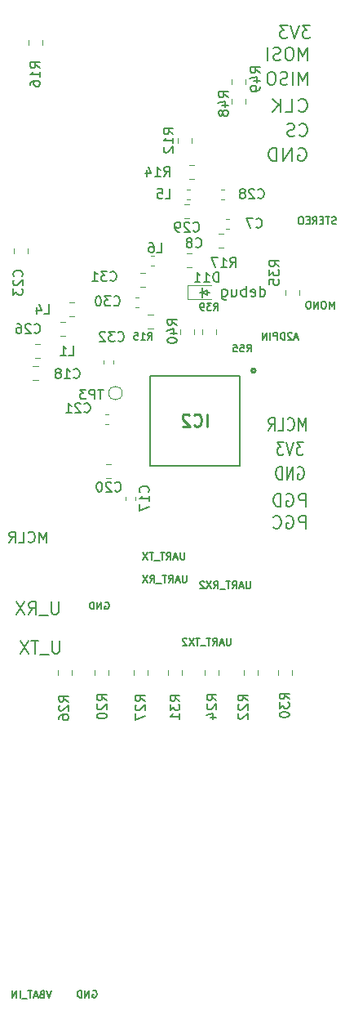
<source format=gbr>
G04 #@! TF.GenerationSoftware,KiCad,Pcbnew,(5.0.2)-1*
G04 #@! TF.CreationDate,2020-11-24T18:05:24+01:00*
G04 #@! TF.ProjectId,PCB_BLUETOOTH_V3,5043425f-424c-4554-9554-4f4f54485f56,rev?*
G04 #@! TF.SameCoordinates,Original*
G04 #@! TF.FileFunction,Legend,Bot*
G04 #@! TF.FilePolarity,Positive*
%FSLAX46Y46*%
G04 Gerber Fmt 4.6, Leading zero omitted, Abs format (unit mm)*
G04 Created by KiCad (PCBNEW (5.0.2)-1) date 24/11/2020 18:05:24*
%MOMM*%
%LPD*%
G01*
G04 APERTURE LIST*
%ADD10C,0.187500*%
%ADD11C,0.200000*%
%ADD12C,0.120000*%
%ADD13C,0.254000*%
%ADD14C,0.150000*%
G04 APERTURE END LIST*
D10*
X111848828Y-139401200D02*
X111920257Y-139365485D01*
X112027400Y-139365485D01*
X112134542Y-139401200D01*
X112205971Y-139472628D01*
X112241685Y-139544057D01*
X112277400Y-139686914D01*
X112277400Y-139794057D01*
X112241685Y-139936914D01*
X112205971Y-140008342D01*
X112134542Y-140079771D01*
X112027400Y-140115485D01*
X111955971Y-140115485D01*
X111848828Y-140079771D01*
X111813114Y-140044057D01*
X111813114Y-139794057D01*
X111955971Y-139794057D01*
X111491685Y-140115485D02*
X111491685Y-139365485D01*
X111063114Y-140115485D01*
X111063114Y-139365485D01*
X110705971Y-140115485D02*
X110705971Y-139365485D01*
X110527400Y-139365485D01*
X110420257Y-139401200D01*
X110348828Y-139472628D01*
X110313114Y-139544057D01*
X110277400Y-139686914D01*
X110277400Y-139794057D01*
X110313114Y-139936914D01*
X110348828Y-140008342D01*
X110420257Y-140079771D01*
X110527400Y-140115485D01*
X110705971Y-140115485D01*
X107600885Y-139416285D02*
X107350885Y-140166285D01*
X107100885Y-139416285D01*
X106600885Y-139773428D02*
X106493742Y-139809142D01*
X106458028Y-139844857D01*
X106422314Y-139916285D01*
X106422314Y-140023428D01*
X106458028Y-140094857D01*
X106493742Y-140130571D01*
X106565171Y-140166285D01*
X106850885Y-140166285D01*
X106850885Y-139416285D01*
X106600885Y-139416285D01*
X106529457Y-139452000D01*
X106493742Y-139487714D01*
X106458028Y-139559142D01*
X106458028Y-139630571D01*
X106493742Y-139702000D01*
X106529457Y-139737714D01*
X106600885Y-139773428D01*
X106850885Y-139773428D01*
X106136600Y-139952000D02*
X105779457Y-139952000D01*
X106208028Y-140166285D02*
X105958028Y-139416285D01*
X105708028Y-140166285D01*
X105565171Y-139416285D02*
X105136600Y-139416285D01*
X105350885Y-140166285D02*
X105350885Y-139416285D01*
X105065171Y-140237714D02*
X104493742Y-140237714D01*
X104315171Y-140166285D02*
X104315171Y-139416285D01*
X103958028Y-140166285D02*
X103958028Y-139416285D01*
X103529457Y-140166285D01*
X103529457Y-139416285D01*
X128199828Y-96998285D02*
X128199828Y-97605428D01*
X128164114Y-97676857D01*
X128128400Y-97712571D01*
X128056971Y-97748285D01*
X127914114Y-97748285D01*
X127842685Y-97712571D01*
X127806971Y-97676857D01*
X127771257Y-97605428D01*
X127771257Y-96998285D01*
X127449828Y-97534000D02*
X127092685Y-97534000D01*
X127521257Y-97748285D02*
X127271257Y-96998285D01*
X127021257Y-97748285D01*
X126342685Y-97748285D02*
X126592685Y-97391142D01*
X126771257Y-97748285D02*
X126771257Y-96998285D01*
X126485542Y-96998285D01*
X126414114Y-97034000D01*
X126378400Y-97069714D01*
X126342685Y-97141142D01*
X126342685Y-97248285D01*
X126378400Y-97319714D01*
X126414114Y-97355428D01*
X126485542Y-97391142D01*
X126771257Y-97391142D01*
X126128400Y-96998285D02*
X125699828Y-96998285D01*
X125914114Y-97748285D02*
X125914114Y-96998285D01*
X125628400Y-97819714D02*
X125056971Y-97819714D01*
X124449828Y-97748285D02*
X124699828Y-97391142D01*
X124878400Y-97748285D02*
X124878400Y-96998285D01*
X124592685Y-96998285D01*
X124521257Y-97034000D01*
X124485542Y-97069714D01*
X124449828Y-97141142D01*
X124449828Y-97248285D01*
X124485542Y-97319714D01*
X124521257Y-97355428D01*
X124592685Y-97391142D01*
X124878400Y-97391142D01*
X124199828Y-96998285D02*
X123699828Y-97748285D01*
X123699828Y-96998285D02*
X124199828Y-97748285D01*
X123449828Y-97069714D02*
X123414114Y-97034000D01*
X123342685Y-96998285D01*
X123164114Y-96998285D01*
X123092685Y-97034000D01*
X123056971Y-97069714D01*
X123021257Y-97141142D01*
X123021257Y-97212571D01*
X123056971Y-97319714D01*
X123485542Y-97748285D01*
X123021257Y-97748285D01*
X126180142Y-102865685D02*
X126180142Y-103472828D01*
X126144428Y-103544257D01*
X126108714Y-103579971D01*
X126037285Y-103615685D01*
X125894428Y-103615685D01*
X125823000Y-103579971D01*
X125787285Y-103544257D01*
X125751571Y-103472828D01*
X125751571Y-102865685D01*
X125430142Y-103401400D02*
X125073000Y-103401400D01*
X125501571Y-103615685D02*
X125251571Y-102865685D01*
X125001571Y-103615685D01*
X124323000Y-103615685D02*
X124573000Y-103258542D01*
X124751571Y-103615685D02*
X124751571Y-102865685D01*
X124465857Y-102865685D01*
X124394428Y-102901400D01*
X124358714Y-102937114D01*
X124323000Y-103008542D01*
X124323000Y-103115685D01*
X124358714Y-103187114D01*
X124394428Y-103222828D01*
X124465857Y-103258542D01*
X124751571Y-103258542D01*
X124108714Y-102865685D02*
X123680142Y-102865685D01*
X123894428Y-103615685D02*
X123894428Y-102865685D01*
X123608714Y-103687114D02*
X123037285Y-103687114D01*
X122965857Y-102865685D02*
X122537285Y-102865685D01*
X122751571Y-103615685D02*
X122751571Y-102865685D01*
X122358714Y-102865685D02*
X121858714Y-103615685D01*
X121858714Y-102865685D02*
X122358714Y-103615685D01*
X121608714Y-102937114D02*
X121573000Y-102901400D01*
X121501571Y-102865685D01*
X121323000Y-102865685D01*
X121251571Y-102901400D01*
X121215857Y-102937114D01*
X121180142Y-103008542D01*
X121180142Y-103079971D01*
X121215857Y-103187114D01*
X121644428Y-103615685D01*
X121180142Y-103615685D01*
D11*
X129236571Y-67477419D02*
X129236571Y-66377419D01*
X129236571Y-67425038D02*
X129341333Y-67477419D01*
X129550857Y-67477419D01*
X129655619Y-67425038D01*
X129708000Y-67372657D01*
X129760380Y-67267895D01*
X129760380Y-66953609D01*
X129708000Y-66848847D01*
X129655619Y-66796466D01*
X129550857Y-66744085D01*
X129341333Y-66744085D01*
X129236571Y-66796466D01*
X128293714Y-67425038D02*
X128398476Y-67477419D01*
X128608000Y-67477419D01*
X128712761Y-67425038D01*
X128765142Y-67320276D01*
X128765142Y-66901228D01*
X128712761Y-66796466D01*
X128608000Y-66744085D01*
X128398476Y-66744085D01*
X128293714Y-66796466D01*
X128241333Y-66901228D01*
X128241333Y-67005990D01*
X128765142Y-67110752D01*
X127769904Y-67477419D02*
X127769904Y-66377419D01*
X127769904Y-66796466D02*
X127665142Y-66744085D01*
X127455619Y-66744085D01*
X127350857Y-66796466D01*
X127298476Y-66848847D01*
X127246095Y-66953609D01*
X127246095Y-67267895D01*
X127298476Y-67372657D01*
X127350857Y-67425038D01*
X127455619Y-67477419D01*
X127665142Y-67477419D01*
X127769904Y-67425038D01*
X126303238Y-66744085D02*
X126303238Y-67477419D01*
X126774666Y-66744085D02*
X126774666Y-67320276D01*
X126722285Y-67425038D01*
X126617523Y-67477419D01*
X126460380Y-67477419D01*
X126355619Y-67425038D01*
X126303238Y-67372657D01*
X125308000Y-66744085D02*
X125308000Y-67634561D01*
X125360380Y-67739323D01*
X125412761Y-67791704D01*
X125517523Y-67844085D01*
X125674666Y-67844085D01*
X125779428Y-67791704D01*
X125308000Y-67425038D02*
X125412761Y-67477419D01*
X125622285Y-67477419D01*
X125727047Y-67425038D01*
X125779428Y-67372657D01*
X125831809Y-67267895D01*
X125831809Y-66953609D01*
X125779428Y-66848847D01*
X125727047Y-66796466D01*
X125622285Y-66744085D01*
X125412761Y-66744085D01*
X125308000Y-66796466D01*
X122969348Y-67077488D02*
X123223348Y-67077488D01*
X123731348Y-67077488D02*
X123985348Y-67077488D01*
X123223348Y-66569488D02*
X123223348Y-67585488D01*
X123223348Y-67077488D02*
X123731348Y-66823488D01*
X123731348Y-67331488D02*
X123223348Y-67077488D01*
X123731348Y-66823488D02*
X123731348Y-67331488D01*
D10*
X137125228Y-59942771D02*
X137018085Y-59978485D01*
X136839514Y-59978485D01*
X136768085Y-59942771D01*
X136732371Y-59907057D01*
X136696657Y-59835628D01*
X136696657Y-59764200D01*
X136732371Y-59692771D01*
X136768085Y-59657057D01*
X136839514Y-59621342D01*
X136982371Y-59585628D01*
X137053800Y-59549914D01*
X137089514Y-59514200D01*
X137125228Y-59442771D01*
X137125228Y-59371342D01*
X137089514Y-59299914D01*
X137053800Y-59264200D01*
X136982371Y-59228485D01*
X136803800Y-59228485D01*
X136696657Y-59264200D01*
X136482371Y-59228485D02*
X136053800Y-59228485D01*
X136268085Y-59978485D02*
X136268085Y-59228485D01*
X135803800Y-59585628D02*
X135553800Y-59585628D01*
X135446657Y-59978485D02*
X135803800Y-59978485D01*
X135803800Y-59228485D01*
X135446657Y-59228485D01*
X134696657Y-59978485D02*
X134946657Y-59621342D01*
X135125228Y-59978485D02*
X135125228Y-59228485D01*
X134839514Y-59228485D01*
X134768085Y-59264200D01*
X134732371Y-59299914D01*
X134696657Y-59371342D01*
X134696657Y-59478485D01*
X134732371Y-59549914D01*
X134768085Y-59585628D01*
X134839514Y-59621342D01*
X135125228Y-59621342D01*
X134375228Y-59585628D02*
X134125228Y-59585628D01*
X134018085Y-59978485D02*
X134375228Y-59978485D01*
X134375228Y-59228485D01*
X134018085Y-59228485D01*
X133553800Y-59228485D02*
X133410942Y-59228485D01*
X133339514Y-59264200D01*
X133268085Y-59335628D01*
X133232371Y-59478485D01*
X133232371Y-59728485D01*
X133268085Y-59871342D01*
X133339514Y-59942771D01*
X133410942Y-59978485D01*
X133553800Y-59978485D01*
X133625228Y-59942771D01*
X133696657Y-59871342D01*
X133732371Y-59728485D01*
X133732371Y-59478485D01*
X133696657Y-59335628D01*
X133625228Y-59264200D01*
X133553800Y-59228485D01*
X136912171Y-68741485D02*
X136912171Y-67991485D01*
X136662171Y-68527200D01*
X136412171Y-67991485D01*
X136412171Y-68741485D01*
X135912171Y-67991485D02*
X135769314Y-67991485D01*
X135697885Y-68027200D01*
X135626457Y-68098628D01*
X135590742Y-68241485D01*
X135590742Y-68491485D01*
X135626457Y-68634342D01*
X135697885Y-68705771D01*
X135769314Y-68741485D01*
X135912171Y-68741485D01*
X135983600Y-68705771D01*
X136055028Y-68634342D01*
X136090742Y-68491485D01*
X136090742Y-68241485D01*
X136055028Y-68098628D01*
X135983600Y-68027200D01*
X135912171Y-67991485D01*
X135269314Y-68741485D02*
X135269314Y-67991485D01*
X134840742Y-68741485D01*
X134840742Y-67991485D01*
X134340742Y-67991485D02*
X134197885Y-67991485D01*
X134126457Y-68027200D01*
X134055028Y-68098628D01*
X134019314Y-68241485D01*
X134019314Y-68491485D01*
X134055028Y-68634342D01*
X134126457Y-68705771D01*
X134197885Y-68741485D01*
X134340742Y-68741485D01*
X134412171Y-68705771D01*
X134483600Y-68634342D01*
X134519314Y-68491485D01*
X134519314Y-68241485D01*
X134483600Y-68098628D01*
X134412171Y-68027200D01*
X134340742Y-67991485D01*
X133175142Y-71753000D02*
X132818000Y-71753000D01*
X133246571Y-71967285D02*
X132996571Y-71217285D01*
X132746571Y-71967285D01*
X132532285Y-71288714D02*
X132496571Y-71253000D01*
X132425142Y-71217285D01*
X132246571Y-71217285D01*
X132175142Y-71253000D01*
X132139428Y-71288714D01*
X132103714Y-71360142D01*
X132103714Y-71431571D01*
X132139428Y-71538714D01*
X132568000Y-71967285D01*
X132103714Y-71967285D01*
X131782285Y-71967285D02*
X131782285Y-71217285D01*
X131603714Y-71217285D01*
X131496571Y-71253000D01*
X131425142Y-71324428D01*
X131389428Y-71395857D01*
X131353714Y-71538714D01*
X131353714Y-71645857D01*
X131389428Y-71788714D01*
X131425142Y-71860142D01*
X131496571Y-71931571D01*
X131603714Y-71967285D01*
X131782285Y-71967285D01*
X131032285Y-71967285D02*
X131032285Y-71217285D01*
X130746571Y-71217285D01*
X130675142Y-71253000D01*
X130639428Y-71288714D01*
X130603714Y-71360142D01*
X130603714Y-71467285D01*
X130639428Y-71538714D01*
X130675142Y-71574428D01*
X130746571Y-71610142D01*
X131032285Y-71610142D01*
X130282285Y-71967285D02*
X130282285Y-71217285D01*
X129925142Y-71967285D02*
X129925142Y-71217285D01*
X129496571Y-71967285D01*
X129496571Y-71217285D01*
X113118828Y-99167600D02*
X113190257Y-99131885D01*
X113297400Y-99131885D01*
X113404542Y-99167600D01*
X113475971Y-99239028D01*
X113511685Y-99310457D01*
X113547400Y-99453314D01*
X113547400Y-99560457D01*
X113511685Y-99703314D01*
X113475971Y-99774742D01*
X113404542Y-99846171D01*
X113297400Y-99881885D01*
X113225971Y-99881885D01*
X113118828Y-99846171D01*
X113083114Y-99810457D01*
X113083114Y-99560457D01*
X113225971Y-99560457D01*
X112761685Y-99881885D02*
X112761685Y-99131885D01*
X112333114Y-99881885D01*
X112333114Y-99131885D01*
X111975971Y-99881885D02*
X111975971Y-99131885D01*
X111797400Y-99131885D01*
X111690257Y-99167600D01*
X111618828Y-99239028D01*
X111583114Y-99310457D01*
X111547400Y-99453314D01*
X111547400Y-99560457D01*
X111583114Y-99703314D01*
X111618828Y-99774742D01*
X111690257Y-99846171D01*
X111797400Y-99881885D01*
X111975971Y-99881885D01*
D11*
X107067904Y-92953619D02*
X107067904Y-91853619D01*
X106701238Y-92639333D01*
X106334571Y-91853619D01*
X106334571Y-92953619D01*
X105182190Y-92848857D02*
X105234571Y-92901238D01*
X105391714Y-92953619D01*
X105496476Y-92953619D01*
X105653619Y-92901238D01*
X105758380Y-92796476D01*
X105810761Y-92691714D01*
X105863142Y-92482190D01*
X105863142Y-92325047D01*
X105810761Y-92115523D01*
X105758380Y-92010761D01*
X105653619Y-91906000D01*
X105496476Y-91853619D01*
X105391714Y-91853619D01*
X105234571Y-91906000D01*
X105182190Y-91958380D01*
X104186952Y-92953619D02*
X104710761Y-92953619D01*
X104710761Y-91853619D01*
X103191714Y-92953619D02*
X103558380Y-92429809D01*
X103820285Y-92953619D02*
X103820285Y-91853619D01*
X103401238Y-91853619D01*
X103296476Y-91906000D01*
X103244095Y-91958380D01*
X103191714Y-92063142D01*
X103191714Y-92220285D01*
X103244095Y-92325047D01*
X103296476Y-92377428D01*
X103401238Y-92429809D01*
X103820285Y-92429809D01*
D10*
X121594285Y-96363285D02*
X121594285Y-96970428D01*
X121558571Y-97041857D01*
X121522857Y-97077571D01*
X121451428Y-97113285D01*
X121308571Y-97113285D01*
X121237142Y-97077571D01*
X121201428Y-97041857D01*
X121165714Y-96970428D01*
X121165714Y-96363285D01*
X120844285Y-96899000D02*
X120487142Y-96899000D01*
X120915714Y-97113285D02*
X120665714Y-96363285D01*
X120415714Y-97113285D01*
X119737142Y-97113285D02*
X119987142Y-96756142D01*
X120165714Y-97113285D02*
X120165714Y-96363285D01*
X119880000Y-96363285D01*
X119808571Y-96399000D01*
X119772857Y-96434714D01*
X119737142Y-96506142D01*
X119737142Y-96613285D01*
X119772857Y-96684714D01*
X119808571Y-96720428D01*
X119880000Y-96756142D01*
X120165714Y-96756142D01*
X119522857Y-96363285D02*
X119094285Y-96363285D01*
X119308571Y-97113285D02*
X119308571Y-96363285D01*
X119022857Y-97184714D02*
X118451428Y-97184714D01*
X117844285Y-97113285D02*
X118094285Y-96756142D01*
X118272857Y-97113285D02*
X118272857Y-96363285D01*
X117987142Y-96363285D01*
X117915714Y-96399000D01*
X117880000Y-96434714D01*
X117844285Y-96506142D01*
X117844285Y-96613285D01*
X117880000Y-96684714D01*
X117915714Y-96720428D01*
X117987142Y-96756142D01*
X118272857Y-96756142D01*
X117594285Y-96363285D02*
X117094285Y-97113285D01*
X117094285Y-96363285D02*
X117594285Y-97113285D01*
X121403400Y-94001085D02*
X121403400Y-94608228D01*
X121367685Y-94679657D01*
X121331971Y-94715371D01*
X121260542Y-94751085D01*
X121117685Y-94751085D01*
X121046257Y-94715371D01*
X121010542Y-94679657D01*
X120974828Y-94608228D01*
X120974828Y-94001085D01*
X120653400Y-94536800D02*
X120296257Y-94536800D01*
X120724828Y-94751085D02*
X120474828Y-94001085D01*
X120224828Y-94751085D01*
X119546257Y-94751085D02*
X119796257Y-94393942D01*
X119974828Y-94751085D02*
X119974828Y-94001085D01*
X119689114Y-94001085D01*
X119617685Y-94036800D01*
X119581971Y-94072514D01*
X119546257Y-94143942D01*
X119546257Y-94251085D01*
X119581971Y-94322514D01*
X119617685Y-94358228D01*
X119689114Y-94393942D01*
X119974828Y-94393942D01*
X119331971Y-94001085D02*
X118903400Y-94001085D01*
X119117685Y-94751085D02*
X119117685Y-94001085D01*
X118831971Y-94822514D02*
X118260542Y-94822514D01*
X118189114Y-94001085D02*
X117760542Y-94001085D01*
X117974828Y-94751085D02*
X117974828Y-94001085D01*
X117581971Y-94001085D02*
X117081971Y-94751085D01*
X117081971Y-94001085D02*
X117581971Y-94751085D01*
D11*
X133974476Y-91520095D02*
X133974476Y-90220095D01*
X133479238Y-90220095D01*
X133355428Y-90282000D01*
X133293523Y-90343904D01*
X133231619Y-90467714D01*
X133231619Y-90653428D01*
X133293523Y-90777238D01*
X133355428Y-90839142D01*
X133479238Y-90901047D01*
X133974476Y-90901047D01*
X131993523Y-90282000D02*
X132117333Y-90220095D01*
X132303047Y-90220095D01*
X132488761Y-90282000D01*
X132612571Y-90405809D01*
X132674476Y-90529619D01*
X132736380Y-90777238D01*
X132736380Y-90962952D01*
X132674476Y-91210571D01*
X132612571Y-91334380D01*
X132488761Y-91458190D01*
X132303047Y-91520095D01*
X132179238Y-91520095D01*
X131993523Y-91458190D01*
X131931619Y-91396285D01*
X131931619Y-90962952D01*
X132179238Y-90962952D01*
X130631619Y-91396285D02*
X130693523Y-91458190D01*
X130879238Y-91520095D01*
X131003047Y-91520095D01*
X131188761Y-91458190D01*
X131312571Y-91334380D01*
X131374476Y-91210571D01*
X131436380Y-90962952D01*
X131436380Y-90777238D01*
X131374476Y-90529619D01*
X131312571Y-90405809D01*
X131188761Y-90282000D01*
X131003047Y-90220095D01*
X130879238Y-90220095D01*
X130693523Y-90282000D01*
X130631619Y-90343904D01*
X133974476Y-89234095D02*
X133974476Y-87934095D01*
X133479238Y-87934095D01*
X133355428Y-87996000D01*
X133293523Y-88057904D01*
X133231619Y-88181714D01*
X133231619Y-88367428D01*
X133293523Y-88491238D01*
X133355428Y-88553142D01*
X133479238Y-88615047D01*
X133974476Y-88615047D01*
X131993523Y-87996000D02*
X132117333Y-87934095D01*
X132303047Y-87934095D01*
X132488761Y-87996000D01*
X132612571Y-88119809D01*
X132674476Y-88243619D01*
X132736380Y-88491238D01*
X132736380Y-88676952D01*
X132674476Y-88924571D01*
X132612571Y-89048380D01*
X132488761Y-89172190D01*
X132303047Y-89234095D01*
X132179238Y-89234095D01*
X131993523Y-89172190D01*
X131931619Y-89110285D01*
X131931619Y-88676952D01*
X132179238Y-88676952D01*
X131374476Y-89234095D02*
X131374476Y-87934095D01*
X131064952Y-87934095D01*
X130879238Y-87996000D01*
X130755428Y-88119809D01*
X130693523Y-88243619D01*
X130631619Y-88491238D01*
X130631619Y-88676952D01*
X130693523Y-88924571D01*
X130755428Y-89048380D01*
X130879238Y-89172190D01*
X131064952Y-89234095D01*
X131374476Y-89234095D01*
X133172095Y-85202000D02*
X133276857Y-85140095D01*
X133434000Y-85140095D01*
X133591142Y-85202000D01*
X133695904Y-85325809D01*
X133748285Y-85449619D01*
X133800666Y-85697238D01*
X133800666Y-85882952D01*
X133748285Y-86130571D01*
X133695904Y-86254380D01*
X133591142Y-86378190D01*
X133434000Y-86440095D01*
X133329238Y-86440095D01*
X133172095Y-86378190D01*
X133119714Y-86316285D01*
X133119714Y-85882952D01*
X133329238Y-85882952D01*
X132648285Y-86440095D02*
X132648285Y-85140095D01*
X132019714Y-86440095D01*
X132019714Y-85140095D01*
X131495904Y-86440095D02*
X131495904Y-85140095D01*
X131234000Y-85140095D01*
X131076857Y-85202000D01*
X130972095Y-85325809D01*
X130919714Y-85449619D01*
X130867333Y-85697238D01*
X130867333Y-85882952D01*
X130919714Y-86130571D01*
X130972095Y-86254380D01*
X131076857Y-86378190D01*
X131234000Y-86440095D01*
X131495904Y-86440095D01*
X133695904Y-82600095D02*
X133014952Y-82600095D01*
X133381619Y-83095333D01*
X133224476Y-83095333D01*
X133119714Y-83157238D01*
X133067333Y-83219142D01*
X133014952Y-83342952D01*
X133014952Y-83652476D01*
X133067333Y-83776285D01*
X133119714Y-83838190D01*
X133224476Y-83900095D01*
X133538761Y-83900095D01*
X133643523Y-83838190D01*
X133695904Y-83776285D01*
X132700666Y-82600095D02*
X132334000Y-83900095D01*
X131967333Y-82600095D01*
X131705428Y-82600095D02*
X131024476Y-82600095D01*
X131391142Y-83095333D01*
X131234000Y-83095333D01*
X131129238Y-83157238D01*
X131076857Y-83219142D01*
X131024476Y-83342952D01*
X131024476Y-83652476D01*
X131076857Y-83776285D01*
X131129238Y-83838190D01*
X131234000Y-83900095D01*
X131548285Y-83900095D01*
X131653047Y-83838190D01*
X131705428Y-83776285D01*
X133991904Y-81360095D02*
X133991904Y-80060095D01*
X133625238Y-80988666D01*
X133258571Y-80060095D01*
X133258571Y-81360095D01*
X132106190Y-81236285D02*
X132158571Y-81298190D01*
X132315714Y-81360095D01*
X132420476Y-81360095D01*
X132577619Y-81298190D01*
X132682380Y-81174380D01*
X132734761Y-81050571D01*
X132787142Y-80802952D01*
X132787142Y-80617238D01*
X132734761Y-80369619D01*
X132682380Y-80245809D01*
X132577619Y-80122000D01*
X132420476Y-80060095D01*
X132315714Y-80060095D01*
X132158571Y-80122000D01*
X132106190Y-80183904D01*
X131110952Y-81360095D02*
X131634761Y-81360095D01*
X131634761Y-80060095D01*
X130115714Y-81360095D02*
X130482380Y-80741047D01*
X130744285Y-81360095D02*
X130744285Y-80060095D01*
X130325238Y-80060095D01*
X130220476Y-80122000D01*
X130168095Y-80183904D01*
X130115714Y-80307714D01*
X130115714Y-80493428D01*
X130168095Y-80617238D01*
X130220476Y-80679142D01*
X130325238Y-80741047D01*
X130744285Y-80741047D01*
X133222857Y-52182000D02*
X133365714Y-52120095D01*
X133580000Y-52120095D01*
X133794285Y-52182000D01*
X133937142Y-52305809D01*
X134008571Y-52429619D01*
X134080000Y-52677238D01*
X134080000Y-52862952D01*
X134008571Y-53110571D01*
X133937142Y-53234380D01*
X133794285Y-53358190D01*
X133580000Y-53420095D01*
X133437142Y-53420095D01*
X133222857Y-53358190D01*
X133151428Y-53296285D01*
X133151428Y-52862952D01*
X133437142Y-52862952D01*
X132508571Y-53420095D02*
X132508571Y-52120095D01*
X131651428Y-53420095D01*
X131651428Y-52120095D01*
X130937142Y-53420095D02*
X130937142Y-52120095D01*
X130580000Y-52120095D01*
X130365714Y-52182000D01*
X130222857Y-52305809D01*
X130151428Y-52429619D01*
X130080000Y-52677238D01*
X130080000Y-52862952D01*
X130151428Y-53110571D01*
X130222857Y-53234380D01*
X130365714Y-53358190D01*
X130580000Y-53420095D01*
X130937142Y-53420095D01*
X133312666Y-50756285D02*
X133374571Y-50818190D01*
X133560285Y-50880095D01*
X133684095Y-50880095D01*
X133869809Y-50818190D01*
X133993619Y-50694380D01*
X134055523Y-50570571D01*
X134117428Y-50322952D01*
X134117428Y-50137238D01*
X134055523Y-49889619D01*
X133993619Y-49765809D01*
X133869809Y-49642000D01*
X133684095Y-49580095D01*
X133560285Y-49580095D01*
X133374571Y-49642000D01*
X133312666Y-49703904D01*
X132817428Y-50818190D02*
X132631714Y-50880095D01*
X132322190Y-50880095D01*
X132198380Y-50818190D01*
X132136476Y-50756285D01*
X132074571Y-50632476D01*
X132074571Y-50508666D01*
X132136476Y-50384857D01*
X132198380Y-50322952D01*
X132322190Y-50261047D01*
X132569809Y-50199142D01*
X132693619Y-50137238D01*
X132755523Y-50075333D01*
X132817428Y-49951523D01*
X132817428Y-49827714D01*
X132755523Y-49703904D01*
X132693619Y-49642000D01*
X132569809Y-49580095D01*
X132260285Y-49580095D01*
X132074571Y-49642000D01*
X133226857Y-48216285D02*
X133298285Y-48278190D01*
X133512571Y-48340095D01*
X133655428Y-48340095D01*
X133869714Y-48278190D01*
X134012571Y-48154380D01*
X134084000Y-48030571D01*
X134155428Y-47782952D01*
X134155428Y-47597238D01*
X134084000Y-47349619D01*
X134012571Y-47225809D01*
X133869714Y-47102000D01*
X133655428Y-47040095D01*
X133512571Y-47040095D01*
X133298285Y-47102000D01*
X133226857Y-47163904D01*
X131869714Y-48340095D02*
X132584000Y-48340095D01*
X132584000Y-47040095D01*
X131369714Y-48340095D02*
X131369714Y-47040095D01*
X130512571Y-48340095D02*
X131155428Y-47597238D01*
X130512571Y-47040095D02*
X131369714Y-47782952D01*
X134122857Y-45546095D02*
X134122857Y-44246095D01*
X133689523Y-45174666D01*
X133256190Y-44246095D01*
X133256190Y-45546095D01*
X132637142Y-45546095D02*
X132637142Y-44246095D01*
X132080000Y-45484190D02*
X131894285Y-45546095D01*
X131584761Y-45546095D01*
X131460952Y-45484190D01*
X131399047Y-45422285D01*
X131337142Y-45298476D01*
X131337142Y-45174666D01*
X131399047Y-45050857D01*
X131460952Y-44988952D01*
X131584761Y-44927047D01*
X131832380Y-44865142D01*
X131956190Y-44803238D01*
X132018095Y-44741333D01*
X132080000Y-44617523D01*
X132080000Y-44493714D01*
X132018095Y-44369904D01*
X131956190Y-44308000D01*
X131832380Y-44246095D01*
X131522857Y-44246095D01*
X131337142Y-44308000D01*
X130532380Y-44246095D02*
X130284761Y-44246095D01*
X130160952Y-44308000D01*
X130037142Y-44431809D01*
X129975238Y-44679428D01*
X129975238Y-45112761D01*
X130037142Y-45360380D01*
X130160952Y-45484190D01*
X130284761Y-45546095D01*
X130532380Y-45546095D01*
X130656190Y-45484190D01*
X130780000Y-45360380D01*
X130841904Y-45112761D01*
X130841904Y-44679428D01*
X130780000Y-44431809D01*
X130656190Y-44308000D01*
X130532380Y-44246095D01*
X134122857Y-43006095D02*
X134122857Y-41706095D01*
X133689523Y-42634666D01*
X133256190Y-41706095D01*
X133256190Y-43006095D01*
X132389523Y-41706095D02*
X132141904Y-41706095D01*
X132018095Y-41768000D01*
X131894285Y-41891809D01*
X131832380Y-42139428D01*
X131832380Y-42572761D01*
X131894285Y-42820380D01*
X132018095Y-42944190D01*
X132141904Y-43006095D01*
X132389523Y-43006095D01*
X132513333Y-42944190D01*
X132637142Y-42820380D01*
X132699047Y-42572761D01*
X132699047Y-42139428D01*
X132637142Y-41891809D01*
X132513333Y-41768000D01*
X132389523Y-41706095D01*
X131337142Y-42944190D02*
X131151428Y-43006095D01*
X130841904Y-43006095D01*
X130718095Y-42944190D01*
X130656190Y-42882285D01*
X130594285Y-42758476D01*
X130594285Y-42634666D01*
X130656190Y-42510857D01*
X130718095Y-42448952D01*
X130841904Y-42387047D01*
X131089523Y-42325142D01*
X131213333Y-42263238D01*
X131275238Y-42201333D01*
X131337142Y-42077523D01*
X131337142Y-41953714D01*
X131275238Y-41829904D01*
X131213333Y-41768000D01*
X131089523Y-41706095D01*
X130780000Y-41706095D01*
X130594285Y-41768000D01*
X130037142Y-43006095D02*
X130037142Y-41706095D01*
X134451523Y-39420095D02*
X133646761Y-39420095D01*
X134080095Y-39915333D01*
X133894380Y-39915333D01*
X133770571Y-39977238D01*
X133708666Y-40039142D01*
X133646761Y-40162952D01*
X133646761Y-40472476D01*
X133708666Y-40596285D01*
X133770571Y-40658190D01*
X133894380Y-40720095D01*
X134265809Y-40720095D01*
X134389619Y-40658190D01*
X134451523Y-40596285D01*
X133275333Y-39420095D02*
X132842000Y-40720095D01*
X132408666Y-39420095D01*
X132099142Y-39420095D02*
X131294380Y-39420095D01*
X131727714Y-39915333D01*
X131542000Y-39915333D01*
X131418190Y-39977238D01*
X131356285Y-40039142D01*
X131294380Y-40162952D01*
X131294380Y-40472476D01*
X131356285Y-40596285D01*
X131418190Y-40658190D01*
X131542000Y-40720095D01*
X131913428Y-40720095D01*
X132037238Y-40658190D01*
X132099142Y-40596285D01*
X108406952Y-103174095D02*
X108406952Y-104226476D01*
X108345047Y-104350285D01*
X108283142Y-104412190D01*
X108159333Y-104474095D01*
X107911714Y-104474095D01*
X107787904Y-104412190D01*
X107726000Y-104350285D01*
X107664095Y-104226476D01*
X107664095Y-103174095D01*
X107354571Y-104597904D02*
X106364095Y-104597904D01*
X106240285Y-103174095D02*
X105497428Y-103174095D01*
X105868857Y-104474095D02*
X105868857Y-103174095D01*
X105187904Y-103174095D02*
X104321238Y-104474095D01*
X104321238Y-103174095D02*
X105187904Y-104474095D01*
X108307714Y-99110095D02*
X108307714Y-100162476D01*
X108245809Y-100286285D01*
X108183904Y-100348190D01*
X108060095Y-100410095D01*
X107812476Y-100410095D01*
X107688666Y-100348190D01*
X107626761Y-100286285D01*
X107564857Y-100162476D01*
X107564857Y-99110095D01*
X107255333Y-100533904D02*
X106264857Y-100533904D01*
X105212476Y-100410095D02*
X105645809Y-99791047D01*
X105955333Y-100410095D02*
X105955333Y-99110095D01*
X105460095Y-99110095D01*
X105336285Y-99172000D01*
X105274380Y-99233904D01*
X105212476Y-99357714D01*
X105212476Y-99543428D01*
X105274380Y-99667238D01*
X105336285Y-99729142D01*
X105460095Y-99791047D01*
X105955333Y-99791047D01*
X104779142Y-99110095D02*
X103912476Y-100410095D01*
X103912476Y-99110095D02*
X104779142Y-100410095D01*
D12*
G04 #@! TO.C,TP3*
X114923800Y-77495400D02*
G75*
G03X114923800Y-77495400I-700000J0D01*
G01*
G04 #@! TO.C,D11*
X124131000Y-67791000D02*
X121671000Y-67791000D01*
X121671000Y-67791000D02*
X121671000Y-66321000D01*
X121671000Y-66321000D02*
X124131000Y-66321000D01*
G04 #@! TO.C,C32*
X114048000Y-74137733D02*
X114048000Y-74480267D01*
X113028000Y-74137733D02*
X113028000Y-74480267D01*
D11*
G04 #@! TO.C,IC2*
X127116000Y-75718000D02*
X117816000Y-75718000D01*
X117816000Y-75718000D02*
X117816000Y-85018000D01*
X117816000Y-85018000D02*
X127116000Y-85018000D01*
X127116000Y-85018000D02*
X127116000Y-75718000D01*
D13*
X128741000Y-75168000D02*
G75*
G03X128741000Y-75168000I-200000J0D01*
G01*
D12*
G04 #@! TO.C,C28*
X125506267Y-57406000D02*
X125163733Y-57406000D01*
X125506267Y-56386000D02*
X125163733Y-56386000D01*
G04 #@! TO.C,C30*
X116301733Y-68582000D02*
X116644267Y-68582000D01*
X116301733Y-67562000D02*
X116644267Y-67562000D01*
G04 #@! TO.C,L1*
X106424252Y-73862000D02*
X105901748Y-73862000D01*
X106424252Y-72442000D02*
X105901748Y-72442000D01*
G04 #@! TO.C,L4*
X109980252Y-68124000D02*
X109457748Y-68124000D01*
X109980252Y-69544000D02*
X109457748Y-69544000D01*
G04 #@! TO.C,L5*
X121950267Y-57406000D02*
X121607733Y-57406000D01*
X121950267Y-56386000D02*
X121607733Y-56386000D01*
G04 #@! TO.C,L6*
X117938733Y-64264000D02*
X118281267Y-64264000D01*
X117938733Y-63244000D02*
X118281267Y-63244000D01*
G04 #@! TO.C,C8*
X124951748Y-62432000D02*
X125474252Y-62432000D01*
X124951748Y-61012000D02*
X125474252Y-61012000D01*
G04 #@! TO.C,C18*
X106179252Y-74728000D02*
X105656748Y-74728000D01*
X106179252Y-76148000D02*
X105656748Y-76148000D01*
G04 #@! TO.C,C20*
X113267748Y-84888000D02*
X113790252Y-84888000D01*
X113267748Y-86308000D02*
X113790252Y-86308000D01*
G04 #@! TO.C,C23*
X105104000Y-62476748D02*
X105104000Y-62999252D01*
X103684000Y-62476748D02*
X103684000Y-62999252D01*
G04 #@! TO.C,C26*
X109009752Y-71576000D02*
X108487248Y-71576000D01*
X109009752Y-70156000D02*
X108487248Y-70156000D01*
G04 #@! TO.C,C29*
X121395748Y-57964000D02*
X121918252Y-57964000D01*
X121395748Y-59384000D02*
X121918252Y-59384000D01*
G04 #@! TO.C,C31*
X117346252Y-66496000D02*
X116823748Y-66496000D01*
X117346252Y-65076000D02*
X116823748Y-65076000D01*
G04 #@! TO.C,R12*
X120702000Y-51055748D02*
X120702000Y-51578252D01*
X122122000Y-51055748D02*
X122122000Y-51578252D01*
G04 #@! TO.C,R14*
X121903748Y-53900000D02*
X122426252Y-53900000D01*
X121903748Y-55320000D02*
X122426252Y-55320000D01*
G04 #@! TO.C,R15*
X117594748Y-70814000D02*
X118117252Y-70814000D01*
X117594748Y-69394000D02*
X118117252Y-69394000D01*
G04 #@! TO.C,R16*
X106628000Y-40923248D02*
X106628000Y-41445752D01*
X105208000Y-40923248D02*
X105208000Y-41445752D01*
G04 #@! TO.C,R17*
X121649748Y-64464000D02*
X122172252Y-64464000D01*
X121649748Y-63044000D02*
X122172252Y-63044000D01*
G04 #@! TO.C,R20*
X113486000Y-106696252D02*
X113486000Y-106173748D01*
X112066000Y-106696252D02*
X112066000Y-106173748D01*
G04 #@! TO.C,R22*
X128980000Y-106696252D02*
X128980000Y-106173748D01*
X127560000Y-106696252D02*
X127560000Y-106173748D01*
G04 #@! TO.C,R24*
X123496000Y-106696252D02*
X123496000Y-106173748D01*
X124916000Y-106696252D02*
X124916000Y-106173748D01*
G04 #@! TO.C,R26*
X109676000Y-106696252D02*
X109676000Y-106173748D01*
X108256000Y-106696252D02*
X108256000Y-106173748D01*
G04 #@! TO.C,R27*
X117550000Y-106696252D02*
X117550000Y-106173748D01*
X116130000Y-106696252D02*
X116130000Y-106173748D01*
G04 #@! TO.C,R30*
X132536000Y-106678252D02*
X132536000Y-106155748D01*
X131116000Y-106678252D02*
X131116000Y-106155748D01*
G04 #@! TO.C,R31*
X119686000Y-106696252D02*
X119686000Y-106173748D01*
X121106000Y-106696252D02*
X121106000Y-106173748D01*
G04 #@! TO.C,R35*
X133298000Y-66794748D02*
X133298000Y-67317252D01*
X131878000Y-66794748D02*
X131878000Y-67317252D01*
G04 #@! TO.C,R39*
X123242000Y-70867748D02*
X123242000Y-71390252D01*
X124662000Y-70867748D02*
X124662000Y-71390252D01*
G04 #@! TO.C,R40*
X122376000Y-70867748D02*
X122376000Y-71390252D01*
X120956000Y-70867748D02*
X120956000Y-71390252D01*
G04 #@! TO.C,C7*
X126042267Y-60454000D02*
X125699733Y-60454000D01*
X126042267Y-59434000D02*
X125699733Y-59434000D01*
G04 #@! TO.C,C17*
X116334000Y-88563267D02*
X116334000Y-88220733D01*
X115314000Y-88563267D02*
X115314000Y-88220733D01*
G04 #@! TO.C,C21*
X113138133Y-79677800D02*
X113480667Y-79677800D01*
X113138133Y-80697800D02*
X113480667Y-80697800D01*
G04 #@! TO.C,R48*
X126290000Y-47496252D02*
X126290000Y-46973748D01*
X127710000Y-47496252D02*
X127710000Y-46973748D01*
G04 #@! TO.C,R49*
X126290000Y-44959748D02*
X126290000Y-45482252D01*
X127710000Y-44959748D02*
X127710000Y-45482252D01*
G04 #@! TO.C,TP3*
D14*
X112971104Y-77125580D02*
X112399676Y-77125580D01*
X112685390Y-78125580D02*
X112685390Y-77125580D01*
X112066342Y-78125580D02*
X112066342Y-77125580D01*
X111685390Y-77125580D01*
X111590152Y-77173200D01*
X111542533Y-77220819D01*
X111494914Y-77316057D01*
X111494914Y-77458914D01*
X111542533Y-77554152D01*
X111590152Y-77601771D01*
X111685390Y-77649390D01*
X112066342Y-77649390D01*
X111161580Y-77125580D02*
X110542533Y-77125580D01*
X110875866Y-77506533D01*
X110733009Y-77506533D01*
X110637771Y-77554152D01*
X110590152Y-77601771D01*
X110542533Y-77697009D01*
X110542533Y-77935104D01*
X110590152Y-78030342D01*
X110637771Y-78077961D01*
X110733009Y-78125580D01*
X111018723Y-78125580D01*
X111113961Y-78077961D01*
X111161580Y-78030342D01*
G04 #@! TO.C,D11*
X124912285Y-65984380D02*
X124912285Y-64984380D01*
X124674190Y-64984380D01*
X124531333Y-65032000D01*
X124436095Y-65127238D01*
X124388476Y-65222476D01*
X124340857Y-65412952D01*
X124340857Y-65555809D01*
X124388476Y-65746285D01*
X124436095Y-65841523D01*
X124531333Y-65936761D01*
X124674190Y-65984380D01*
X124912285Y-65984380D01*
X123388476Y-65984380D02*
X123959904Y-65984380D01*
X123674190Y-65984380D02*
X123674190Y-64984380D01*
X123769428Y-65127238D01*
X123864666Y-65222476D01*
X123959904Y-65270095D01*
X122436095Y-65984380D02*
X123007523Y-65984380D01*
X122721809Y-65984380D02*
X122721809Y-64984380D01*
X122817047Y-65127238D01*
X122912285Y-65222476D01*
X123007523Y-65270095D01*
G04 #@! TO.C,R55*
X127863142Y-73211885D02*
X128113142Y-72854742D01*
X128291714Y-73211885D02*
X128291714Y-72461885D01*
X128006000Y-72461885D01*
X127934571Y-72497600D01*
X127898857Y-72533314D01*
X127863142Y-72604742D01*
X127863142Y-72711885D01*
X127898857Y-72783314D01*
X127934571Y-72819028D01*
X128006000Y-72854742D01*
X128291714Y-72854742D01*
X127184571Y-72461885D02*
X127541714Y-72461885D01*
X127577428Y-72819028D01*
X127541714Y-72783314D01*
X127470285Y-72747600D01*
X127291714Y-72747600D01*
X127220285Y-72783314D01*
X127184571Y-72819028D01*
X127148857Y-72890457D01*
X127148857Y-73069028D01*
X127184571Y-73140457D01*
X127220285Y-73176171D01*
X127291714Y-73211885D01*
X127470285Y-73211885D01*
X127541714Y-73176171D01*
X127577428Y-73140457D01*
X126470285Y-72461885D02*
X126827428Y-72461885D01*
X126863142Y-72819028D01*
X126827428Y-72783314D01*
X126756000Y-72747600D01*
X126577428Y-72747600D01*
X126506000Y-72783314D01*
X126470285Y-72819028D01*
X126434571Y-72890457D01*
X126434571Y-73069028D01*
X126470285Y-73140457D01*
X126506000Y-73176171D01*
X126577428Y-73211885D01*
X126756000Y-73211885D01*
X126827428Y-73176171D01*
X126863142Y-73140457D01*
G04 #@! TO.C,C32*
X114485657Y-72035942D02*
X114533276Y-72083561D01*
X114676133Y-72131180D01*
X114771371Y-72131180D01*
X114914228Y-72083561D01*
X115009466Y-71988323D01*
X115057085Y-71893085D01*
X115104704Y-71702609D01*
X115104704Y-71559752D01*
X115057085Y-71369276D01*
X115009466Y-71274038D01*
X114914228Y-71178800D01*
X114771371Y-71131180D01*
X114676133Y-71131180D01*
X114533276Y-71178800D01*
X114485657Y-71226419D01*
X114152323Y-71131180D02*
X113533276Y-71131180D01*
X113866609Y-71512133D01*
X113723752Y-71512133D01*
X113628514Y-71559752D01*
X113580895Y-71607371D01*
X113533276Y-71702609D01*
X113533276Y-71940704D01*
X113580895Y-72035942D01*
X113628514Y-72083561D01*
X113723752Y-72131180D01*
X114009466Y-72131180D01*
X114104704Y-72083561D01*
X114152323Y-72035942D01*
X113152323Y-71226419D02*
X113104704Y-71178800D01*
X113009466Y-71131180D01*
X112771371Y-71131180D01*
X112676133Y-71178800D01*
X112628514Y-71226419D01*
X112580895Y-71321657D01*
X112580895Y-71416895D01*
X112628514Y-71559752D01*
X113199942Y-72131180D01*
X112580895Y-72131180D01*
G04 #@! TO.C,IC2*
D13*
X123705761Y-80942523D02*
X123705761Y-79672523D01*
X122375285Y-80821571D02*
X122435761Y-80882047D01*
X122617190Y-80942523D01*
X122738142Y-80942523D01*
X122919571Y-80882047D01*
X123040523Y-80761095D01*
X123101000Y-80640142D01*
X123161476Y-80398238D01*
X123161476Y-80216809D01*
X123101000Y-79974904D01*
X123040523Y-79853952D01*
X122919571Y-79733000D01*
X122738142Y-79672523D01*
X122617190Y-79672523D01*
X122435761Y-79733000D01*
X122375285Y-79793476D01*
X121891476Y-79793476D02*
X121831000Y-79733000D01*
X121710047Y-79672523D01*
X121407666Y-79672523D01*
X121286714Y-79733000D01*
X121226238Y-79793476D01*
X121165761Y-79914428D01*
X121165761Y-80035380D01*
X121226238Y-80216809D01*
X121951952Y-80942523D01*
X121165761Y-80942523D01*
G04 #@! TO.C,C28*
D14*
X129025857Y-57253142D02*
X129073476Y-57300761D01*
X129216333Y-57348380D01*
X129311571Y-57348380D01*
X129454428Y-57300761D01*
X129549666Y-57205523D01*
X129597285Y-57110285D01*
X129644904Y-56919809D01*
X129644904Y-56776952D01*
X129597285Y-56586476D01*
X129549666Y-56491238D01*
X129454428Y-56396000D01*
X129311571Y-56348380D01*
X129216333Y-56348380D01*
X129073476Y-56396000D01*
X129025857Y-56443619D01*
X128644904Y-56443619D02*
X128597285Y-56396000D01*
X128502047Y-56348380D01*
X128263952Y-56348380D01*
X128168714Y-56396000D01*
X128121095Y-56443619D01*
X128073476Y-56538857D01*
X128073476Y-56634095D01*
X128121095Y-56776952D01*
X128692523Y-57348380D01*
X128073476Y-57348380D01*
X127502047Y-56776952D02*
X127597285Y-56729333D01*
X127644904Y-56681714D01*
X127692523Y-56586476D01*
X127692523Y-56538857D01*
X127644904Y-56443619D01*
X127597285Y-56396000D01*
X127502047Y-56348380D01*
X127311571Y-56348380D01*
X127216333Y-56396000D01*
X127168714Y-56443619D01*
X127121095Y-56538857D01*
X127121095Y-56586476D01*
X127168714Y-56681714D01*
X127216333Y-56729333D01*
X127311571Y-56776952D01*
X127502047Y-56776952D01*
X127597285Y-56824571D01*
X127644904Y-56872190D01*
X127692523Y-56967428D01*
X127692523Y-57157904D01*
X127644904Y-57253142D01*
X127597285Y-57300761D01*
X127502047Y-57348380D01*
X127311571Y-57348380D01*
X127216333Y-57300761D01*
X127168714Y-57253142D01*
X127121095Y-57157904D01*
X127121095Y-56967428D01*
X127168714Y-56872190D01*
X127216333Y-56824571D01*
X127311571Y-56776952D01*
G04 #@! TO.C,C30*
X114053857Y-68352942D02*
X114101476Y-68400561D01*
X114244333Y-68448180D01*
X114339571Y-68448180D01*
X114482428Y-68400561D01*
X114577666Y-68305323D01*
X114625285Y-68210085D01*
X114672904Y-68019609D01*
X114672904Y-67876752D01*
X114625285Y-67686276D01*
X114577666Y-67591038D01*
X114482428Y-67495800D01*
X114339571Y-67448180D01*
X114244333Y-67448180D01*
X114101476Y-67495800D01*
X114053857Y-67543419D01*
X113720523Y-67448180D02*
X113101476Y-67448180D01*
X113434809Y-67829133D01*
X113291952Y-67829133D01*
X113196714Y-67876752D01*
X113149095Y-67924371D01*
X113101476Y-68019609D01*
X113101476Y-68257704D01*
X113149095Y-68352942D01*
X113196714Y-68400561D01*
X113291952Y-68448180D01*
X113577666Y-68448180D01*
X113672904Y-68400561D01*
X113720523Y-68352942D01*
X112482428Y-67448180D02*
X112387190Y-67448180D01*
X112291952Y-67495800D01*
X112244333Y-67543419D01*
X112196714Y-67638657D01*
X112149095Y-67829133D01*
X112149095Y-68067228D01*
X112196714Y-68257704D01*
X112244333Y-68352942D01*
X112291952Y-68400561D01*
X112387190Y-68448180D01*
X112482428Y-68448180D01*
X112577666Y-68400561D01*
X112625285Y-68352942D01*
X112672904Y-68257704D01*
X112720523Y-68067228D01*
X112720523Y-67829133D01*
X112672904Y-67638657D01*
X112625285Y-67543419D01*
X112577666Y-67495800D01*
X112482428Y-67448180D01*
G04 #@! TO.C,L1*
X109386666Y-73604380D02*
X109862857Y-73604380D01*
X109862857Y-72604380D01*
X108529523Y-73604380D02*
X109100952Y-73604380D01*
X108815238Y-73604380D02*
X108815238Y-72604380D01*
X108910476Y-72747238D01*
X109005714Y-72842476D01*
X109100952Y-72890095D01*
G04 #@! TO.C,L4*
X106846666Y-69286380D02*
X107322857Y-69286380D01*
X107322857Y-68286380D01*
X106084761Y-68619714D02*
X106084761Y-69286380D01*
X106322857Y-68238761D02*
X106560952Y-68953047D01*
X105941904Y-68953047D01*
G04 #@! TO.C,L5*
X119405666Y-57348380D02*
X119881857Y-57348380D01*
X119881857Y-56348380D01*
X118596142Y-56348380D02*
X119072333Y-56348380D01*
X119119952Y-56824571D01*
X119072333Y-56776952D01*
X118977095Y-56729333D01*
X118739000Y-56729333D01*
X118643761Y-56776952D01*
X118596142Y-56824571D01*
X118548523Y-56919809D01*
X118548523Y-57157904D01*
X118596142Y-57253142D01*
X118643761Y-57300761D01*
X118739000Y-57348380D01*
X118977095Y-57348380D01*
X119072333Y-57300761D01*
X119119952Y-57253142D01*
G04 #@! TO.C,L6*
X118530666Y-62936380D02*
X119006857Y-62936380D01*
X119006857Y-61936380D01*
X117768761Y-61936380D02*
X117959238Y-61936380D01*
X118054476Y-61984000D01*
X118102095Y-62031619D01*
X118197333Y-62174476D01*
X118244952Y-62364952D01*
X118244952Y-62745904D01*
X118197333Y-62841142D01*
X118149714Y-62888761D01*
X118054476Y-62936380D01*
X117864000Y-62936380D01*
X117768761Y-62888761D01*
X117721142Y-62841142D01*
X117673523Y-62745904D01*
X117673523Y-62507809D01*
X117721142Y-62412571D01*
X117768761Y-62364952D01*
X117864000Y-62317333D01*
X118054476Y-62317333D01*
X118149714Y-62364952D01*
X118197333Y-62412571D01*
X118244952Y-62507809D01*
G04 #@! TO.C,C8*
X122549166Y-62333142D02*
X122596785Y-62380761D01*
X122739642Y-62428380D01*
X122834880Y-62428380D01*
X122977738Y-62380761D01*
X123072976Y-62285523D01*
X123120595Y-62190285D01*
X123168214Y-61999809D01*
X123168214Y-61856952D01*
X123120595Y-61666476D01*
X123072976Y-61571238D01*
X122977738Y-61476000D01*
X122834880Y-61428380D01*
X122739642Y-61428380D01*
X122596785Y-61476000D01*
X122549166Y-61523619D01*
X121977738Y-61856952D02*
X122072976Y-61809333D01*
X122120595Y-61761714D01*
X122168214Y-61666476D01*
X122168214Y-61618857D01*
X122120595Y-61523619D01*
X122072976Y-61476000D01*
X121977738Y-61428380D01*
X121787261Y-61428380D01*
X121692023Y-61476000D01*
X121644404Y-61523619D01*
X121596785Y-61618857D01*
X121596785Y-61666476D01*
X121644404Y-61761714D01*
X121692023Y-61809333D01*
X121787261Y-61856952D01*
X121977738Y-61856952D01*
X122072976Y-61904571D01*
X122120595Y-61952190D01*
X122168214Y-62047428D01*
X122168214Y-62237904D01*
X122120595Y-62333142D01*
X122072976Y-62380761D01*
X121977738Y-62428380D01*
X121787261Y-62428380D01*
X121692023Y-62380761D01*
X121644404Y-62333142D01*
X121596785Y-62237904D01*
X121596785Y-62047428D01*
X121644404Y-61952190D01*
X121692023Y-61904571D01*
X121787261Y-61856952D01*
G04 #@! TO.C,C18*
X109888257Y-75871342D02*
X109935876Y-75918961D01*
X110078733Y-75966580D01*
X110173971Y-75966580D01*
X110316828Y-75918961D01*
X110412066Y-75823723D01*
X110459685Y-75728485D01*
X110507304Y-75538009D01*
X110507304Y-75395152D01*
X110459685Y-75204676D01*
X110412066Y-75109438D01*
X110316828Y-75014200D01*
X110173971Y-74966580D01*
X110078733Y-74966580D01*
X109935876Y-75014200D01*
X109888257Y-75061819D01*
X108935876Y-75966580D02*
X109507304Y-75966580D01*
X109221590Y-75966580D02*
X109221590Y-74966580D01*
X109316828Y-75109438D01*
X109412066Y-75204676D01*
X109507304Y-75252295D01*
X108364447Y-75395152D02*
X108459685Y-75347533D01*
X108507304Y-75299914D01*
X108554923Y-75204676D01*
X108554923Y-75157057D01*
X108507304Y-75061819D01*
X108459685Y-75014200D01*
X108364447Y-74966580D01*
X108173971Y-74966580D01*
X108078733Y-75014200D01*
X108031114Y-75061819D01*
X107983495Y-75157057D01*
X107983495Y-75204676D01*
X108031114Y-75299914D01*
X108078733Y-75347533D01*
X108173971Y-75395152D01*
X108364447Y-75395152D01*
X108459685Y-75442771D01*
X108507304Y-75490390D01*
X108554923Y-75585628D01*
X108554923Y-75776104D01*
X108507304Y-75871342D01*
X108459685Y-75918961D01*
X108364447Y-75966580D01*
X108173971Y-75966580D01*
X108078733Y-75918961D01*
X108031114Y-75871342D01*
X107983495Y-75776104D01*
X107983495Y-75585628D01*
X108031114Y-75490390D01*
X108078733Y-75442771D01*
X108173971Y-75395152D01*
G04 #@! TO.C,C20*
X114171857Y-87605142D02*
X114219476Y-87652761D01*
X114362333Y-87700380D01*
X114457571Y-87700380D01*
X114600428Y-87652761D01*
X114695666Y-87557523D01*
X114743285Y-87462285D01*
X114790904Y-87271809D01*
X114790904Y-87128952D01*
X114743285Y-86938476D01*
X114695666Y-86843238D01*
X114600428Y-86748000D01*
X114457571Y-86700380D01*
X114362333Y-86700380D01*
X114219476Y-86748000D01*
X114171857Y-86795619D01*
X113790904Y-86795619D02*
X113743285Y-86748000D01*
X113648047Y-86700380D01*
X113409952Y-86700380D01*
X113314714Y-86748000D01*
X113267095Y-86795619D01*
X113219476Y-86890857D01*
X113219476Y-86986095D01*
X113267095Y-87128952D01*
X113838523Y-87700380D01*
X113219476Y-87700380D01*
X112600428Y-86700380D02*
X112505190Y-86700380D01*
X112409952Y-86748000D01*
X112362333Y-86795619D01*
X112314714Y-86890857D01*
X112267095Y-87081333D01*
X112267095Y-87319428D01*
X112314714Y-87509904D01*
X112362333Y-87605142D01*
X112409952Y-87652761D01*
X112505190Y-87700380D01*
X112600428Y-87700380D01*
X112695666Y-87652761D01*
X112743285Y-87605142D01*
X112790904Y-87509904D01*
X112838523Y-87319428D01*
X112838523Y-87081333D01*
X112790904Y-86890857D01*
X112743285Y-86795619D01*
X112695666Y-86748000D01*
X112600428Y-86700380D01*
G04 #@! TO.C,C23*
X104497142Y-65406142D02*
X104544761Y-65358523D01*
X104592380Y-65215666D01*
X104592380Y-65120428D01*
X104544761Y-64977571D01*
X104449523Y-64882333D01*
X104354285Y-64834714D01*
X104163809Y-64787095D01*
X104020952Y-64787095D01*
X103830476Y-64834714D01*
X103735238Y-64882333D01*
X103640000Y-64977571D01*
X103592380Y-65120428D01*
X103592380Y-65215666D01*
X103640000Y-65358523D01*
X103687619Y-65406142D01*
X103687619Y-65787095D02*
X103640000Y-65834714D01*
X103592380Y-65929952D01*
X103592380Y-66168047D01*
X103640000Y-66263285D01*
X103687619Y-66310904D01*
X103782857Y-66358523D01*
X103878095Y-66358523D01*
X104020952Y-66310904D01*
X104592380Y-65739476D01*
X104592380Y-66358523D01*
X103592380Y-66691857D02*
X103592380Y-67310904D01*
X103973333Y-66977571D01*
X103973333Y-67120428D01*
X104020952Y-67215666D01*
X104068571Y-67263285D01*
X104163809Y-67310904D01*
X104401904Y-67310904D01*
X104497142Y-67263285D01*
X104544761Y-67215666D01*
X104592380Y-67120428D01*
X104592380Y-66834714D01*
X104544761Y-66739476D01*
X104497142Y-66691857D01*
G04 #@! TO.C,C26*
X105798857Y-71223142D02*
X105846476Y-71270761D01*
X105989333Y-71318380D01*
X106084571Y-71318380D01*
X106227428Y-71270761D01*
X106322666Y-71175523D01*
X106370285Y-71080285D01*
X106417904Y-70889809D01*
X106417904Y-70746952D01*
X106370285Y-70556476D01*
X106322666Y-70461238D01*
X106227428Y-70366000D01*
X106084571Y-70318380D01*
X105989333Y-70318380D01*
X105846476Y-70366000D01*
X105798857Y-70413619D01*
X105417904Y-70413619D02*
X105370285Y-70366000D01*
X105275047Y-70318380D01*
X105036952Y-70318380D01*
X104941714Y-70366000D01*
X104894095Y-70413619D01*
X104846476Y-70508857D01*
X104846476Y-70604095D01*
X104894095Y-70746952D01*
X105465523Y-71318380D01*
X104846476Y-71318380D01*
X103989333Y-70318380D02*
X104179809Y-70318380D01*
X104275047Y-70366000D01*
X104322666Y-70413619D01*
X104417904Y-70556476D01*
X104465523Y-70746952D01*
X104465523Y-71127904D01*
X104417904Y-71223142D01*
X104370285Y-71270761D01*
X104275047Y-71318380D01*
X104084571Y-71318380D01*
X103989333Y-71270761D01*
X103941714Y-71223142D01*
X103894095Y-71127904D01*
X103894095Y-70889809D01*
X103941714Y-70794571D01*
X103989333Y-70746952D01*
X104084571Y-70699333D01*
X104275047Y-70699333D01*
X104370285Y-70746952D01*
X104417904Y-70794571D01*
X104465523Y-70889809D01*
G04 #@! TO.C,C29*
X122299857Y-60681142D02*
X122347476Y-60728761D01*
X122490333Y-60776380D01*
X122585571Y-60776380D01*
X122728428Y-60728761D01*
X122823666Y-60633523D01*
X122871285Y-60538285D01*
X122918904Y-60347809D01*
X122918904Y-60204952D01*
X122871285Y-60014476D01*
X122823666Y-59919238D01*
X122728428Y-59824000D01*
X122585571Y-59776380D01*
X122490333Y-59776380D01*
X122347476Y-59824000D01*
X122299857Y-59871619D01*
X121918904Y-59871619D02*
X121871285Y-59824000D01*
X121776047Y-59776380D01*
X121537952Y-59776380D01*
X121442714Y-59824000D01*
X121395095Y-59871619D01*
X121347476Y-59966857D01*
X121347476Y-60062095D01*
X121395095Y-60204952D01*
X121966523Y-60776380D01*
X121347476Y-60776380D01*
X120871285Y-60776380D02*
X120680809Y-60776380D01*
X120585571Y-60728761D01*
X120537952Y-60681142D01*
X120442714Y-60538285D01*
X120395095Y-60347809D01*
X120395095Y-59966857D01*
X120442714Y-59871619D01*
X120490333Y-59824000D01*
X120585571Y-59776380D01*
X120776047Y-59776380D01*
X120871285Y-59824000D01*
X120918904Y-59871619D01*
X120966523Y-59966857D01*
X120966523Y-60204952D01*
X120918904Y-60300190D01*
X120871285Y-60347809D01*
X120776047Y-60395428D01*
X120585571Y-60395428D01*
X120490333Y-60347809D01*
X120442714Y-60300190D01*
X120395095Y-60204952D01*
G04 #@! TO.C,C31*
X113698257Y-65787542D02*
X113745876Y-65835161D01*
X113888733Y-65882780D01*
X113983971Y-65882780D01*
X114126828Y-65835161D01*
X114222066Y-65739923D01*
X114269685Y-65644685D01*
X114317304Y-65454209D01*
X114317304Y-65311352D01*
X114269685Y-65120876D01*
X114222066Y-65025638D01*
X114126828Y-64930400D01*
X113983971Y-64882780D01*
X113888733Y-64882780D01*
X113745876Y-64930400D01*
X113698257Y-64978019D01*
X113364923Y-64882780D02*
X112745876Y-64882780D01*
X113079209Y-65263733D01*
X112936352Y-65263733D01*
X112841114Y-65311352D01*
X112793495Y-65358971D01*
X112745876Y-65454209D01*
X112745876Y-65692304D01*
X112793495Y-65787542D01*
X112841114Y-65835161D01*
X112936352Y-65882780D01*
X113222066Y-65882780D01*
X113317304Y-65835161D01*
X113364923Y-65787542D01*
X111793495Y-65882780D02*
X112364923Y-65882780D01*
X112079209Y-65882780D02*
X112079209Y-64882780D01*
X112174447Y-65025638D01*
X112269685Y-65120876D01*
X112364923Y-65168495D01*
G04 #@! TO.C,R12*
X120214380Y-50674142D02*
X119738190Y-50340809D01*
X120214380Y-50102714D02*
X119214380Y-50102714D01*
X119214380Y-50483666D01*
X119262000Y-50578904D01*
X119309619Y-50626523D01*
X119404857Y-50674142D01*
X119547714Y-50674142D01*
X119642952Y-50626523D01*
X119690571Y-50578904D01*
X119738190Y-50483666D01*
X119738190Y-50102714D01*
X120214380Y-51626523D02*
X120214380Y-51055095D01*
X120214380Y-51340809D02*
X119214380Y-51340809D01*
X119357238Y-51245571D01*
X119452476Y-51150333D01*
X119500095Y-51055095D01*
X119309619Y-52007476D02*
X119262000Y-52055095D01*
X119214380Y-52150333D01*
X119214380Y-52388428D01*
X119262000Y-52483666D01*
X119309619Y-52531285D01*
X119404857Y-52578904D01*
X119500095Y-52578904D01*
X119642952Y-52531285D01*
X120214380Y-51959857D01*
X120214380Y-52578904D01*
G04 #@! TO.C,R14*
X119260857Y-55062380D02*
X119594190Y-54586190D01*
X119832285Y-55062380D02*
X119832285Y-54062380D01*
X119451333Y-54062380D01*
X119356095Y-54110000D01*
X119308476Y-54157619D01*
X119260857Y-54252857D01*
X119260857Y-54395714D01*
X119308476Y-54490952D01*
X119356095Y-54538571D01*
X119451333Y-54586190D01*
X119832285Y-54586190D01*
X118308476Y-55062380D02*
X118879904Y-55062380D01*
X118594190Y-55062380D02*
X118594190Y-54062380D01*
X118689428Y-54205238D01*
X118784666Y-54300476D01*
X118879904Y-54348095D01*
X117451333Y-54395714D02*
X117451333Y-55062380D01*
X117689428Y-54014761D02*
X117927523Y-54729047D01*
X117308476Y-54729047D01*
G04 #@! TO.C,R15*
X117576142Y-71967285D02*
X117826142Y-71610142D01*
X118004714Y-71967285D02*
X118004714Y-71217285D01*
X117719000Y-71217285D01*
X117647571Y-71253000D01*
X117611857Y-71288714D01*
X117576142Y-71360142D01*
X117576142Y-71467285D01*
X117611857Y-71538714D01*
X117647571Y-71574428D01*
X117719000Y-71610142D01*
X118004714Y-71610142D01*
X116861857Y-71967285D02*
X117290428Y-71967285D01*
X117076142Y-71967285D02*
X117076142Y-71217285D01*
X117147571Y-71324428D01*
X117219000Y-71395857D01*
X117290428Y-71431571D01*
X116183285Y-71217285D02*
X116540428Y-71217285D01*
X116576142Y-71574428D01*
X116540428Y-71538714D01*
X116469000Y-71503000D01*
X116290428Y-71503000D01*
X116219000Y-71538714D01*
X116183285Y-71574428D01*
X116147571Y-71645857D01*
X116147571Y-71824428D01*
X116183285Y-71895857D01*
X116219000Y-71931571D01*
X116290428Y-71967285D01*
X116469000Y-71967285D01*
X116540428Y-71931571D01*
X116576142Y-71895857D01*
G04 #@! TO.C,R16*
X106370380Y-43807142D02*
X105894190Y-43473809D01*
X106370380Y-43235714D02*
X105370380Y-43235714D01*
X105370380Y-43616666D01*
X105418000Y-43711904D01*
X105465619Y-43759523D01*
X105560857Y-43807142D01*
X105703714Y-43807142D01*
X105798952Y-43759523D01*
X105846571Y-43711904D01*
X105894190Y-43616666D01*
X105894190Y-43235714D01*
X106370380Y-44759523D02*
X106370380Y-44188095D01*
X106370380Y-44473809D02*
X105370380Y-44473809D01*
X105513238Y-44378571D01*
X105608476Y-44283333D01*
X105656095Y-44188095D01*
X105370380Y-45616666D02*
X105370380Y-45426190D01*
X105418000Y-45330952D01*
X105465619Y-45283333D01*
X105608476Y-45188095D01*
X105798952Y-45140476D01*
X106179904Y-45140476D01*
X106275142Y-45188095D01*
X106322761Y-45235714D01*
X106370380Y-45330952D01*
X106370380Y-45521428D01*
X106322761Y-45616666D01*
X106275142Y-45664285D01*
X106179904Y-45711904D01*
X105941809Y-45711904D01*
X105846571Y-45664285D01*
X105798952Y-45616666D01*
X105751333Y-45521428D01*
X105751333Y-45330952D01*
X105798952Y-45235714D01*
X105846571Y-45188095D01*
X105941809Y-45140476D01*
G04 #@! TO.C,R17*
X126118857Y-64460380D02*
X126452190Y-63984190D01*
X126690285Y-64460380D02*
X126690285Y-63460380D01*
X126309333Y-63460380D01*
X126214095Y-63508000D01*
X126166476Y-63555619D01*
X126118857Y-63650857D01*
X126118857Y-63793714D01*
X126166476Y-63888952D01*
X126214095Y-63936571D01*
X126309333Y-63984190D01*
X126690285Y-63984190D01*
X125166476Y-64460380D02*
X125737904Y-64460380D01*
X125452190Y-64460380D02*
X125452190Y-63460380D01*
X125547428Y-63603238D01*
X125642666Y-63698476D01*
X125737904Y-63746095D01*
X124833142Y-63460380D02*
X124166476Y-63460380D01*
X124595047Y-64460380D01*
G04 #@! TO.C,R20*
X113304580Y-109313742D02*
X112828390Y-108980409D01*
X113304580Y-108742314D02*
X112304580Y-108742314D01*
X112304580Y-109123266D01*
X112352200Y-109218504D01*
X112399819Y-109266123D01*
X112495057Y-109313742D01*
X112637914Y-109313742D01*
X112733152Y-109266123D01*
X112780771Y-109218504D01*
X112828390Y-109123266D01*
X112828390Y-108742314D01*
X112399819Y-109694695D02*
X112352200Y-109742314D01*
X112304580Y-109837552D01*
X112304580Y-110075647D01*
X112352200Y-110170885D01*
X112399819Y-110218504D01*
X112495057Y-110266123D01*
X112590295Y-110266123D01*
X112733152Y-110218504D01*
X113304580Y-109647076D01*
X113304580Y-110266123D01*
X112304580Y-110885171D02*
X112304580Y-110980409D01*
X112352200Y-111075647D01*
X112399819Y-111123266D01*
X112495057Y-111170885D01*
X112685533Y-111218504D01*
X112923628Y-111218504D01*
X113114104Y-111170885D01*
X113209342Y-111123266D01*
X113256961Y-111075647D01*
X113304580Y-110980409D01*
X113304580Y-110885171D01*
X113256961Y-110789933D01*
X113209342Y-110742314D01*
X113114104Y-110694695D01*
X112923628Y-110647076D01*
X112685533Y-110647076D01*
X112495057Y-110694695D01*
X112399819Y-110742314D01*
X112352200Y-110789933D01*
X112304580Y-110885171D01*
G04 #@! TO.C,R22*
X127934980Y-109364542D02*
X127458790Y-109031209D01*
X127934980Y-108793114D02*
X126934980Y-108793114D01*
X126934980Y-109174066D01*
X126982600Y-109269304D01*
X127030219Y-109316923D01*
X127125457Y-109364542D01*
X127268314Y-109364542D01*
X127363552Y-109316923D01*
X127411171Y-109269304D01*
X127458790Y-109174066D01*
X127458790Y-108793114D01*
X127030219Y-109745495D02*
X126982600Y-109793114D01*
X126934980Y-109888352D01*
X126934980Y-110126447D01*
X126982600Y-110221685D01*
X127030219Y-110269304D01*
X127125457Y-110316923D01*
X127220695Y-110316923D01*
X127363552Y-110269304D01*
X127934980Y-109697876D01*
X127934980Y-110316923D01*
X127030219Y-110697876D02*
X126982600Y-110745495D01*
X126934980Y-110840733D01*
X126934980Y-111078828D01*
X126982600Y-111174066D01*
X127030219Y-111221685D01*
X127125457Y-111269304D01*
X127220695Y-111269304D01*
X127363552Y-111221685D01*
X127934980Y-110650257D01*
X127934980Y-111269304D01*
G04 #@! TO.C,R24*
X124709180Y-109313742D02*
X124232990Y-108980409D01*
X124709180Y-108742314D02*
X123709180Y-108742314D01*
X123709180Y-109123266D01*
X123756800Y-109218504D01*
X123804419Y-109266123D01*
X123899657Y-109313742D01*
X124042514Y-109313742D01*
X124137752Y-109266123D01*
X124185371Y-109218504D01*
X124232990Y-109123266D01*
X124232990Y-108742314D01*
X123804419Y-109694695D02*
X123756800Y-109742314D01*
X123709180Y-109837552D01*
X123709180Y-110075647D01*
X123756800Y-110170885D01*
X123804419Y-110218504D01*
X123899657Y-110266123D01*
X123994895Y-110266123D01*
X124137752Y-110218504D01*
X124709180Y-109647076D01*
X124709180Y-110266123D01*
X124042514Y-111123266D02*
X124709180Y-111123266D01*
X123661561Y-110885171D02*
X124375847Y-110647076D01*
X124375847Y-111266123D01*
G04 #@! TO.C,R26*
X109342180Y-109466142D02*
X108865990Y-109132809D01*
X109342180Y-108894714D02*
X108342180Y-108894714D01*
X108342180Y-109275666D01*
X108389800Y-109370904D01*
X108437419Y-109418523D01*
X108532657Y-109466142D01*
X108675514Y-109466142D01*
X108770752Y-109418523D01*
X108818371Y-109370904D01*
X108865990Y-109275666D01*
X108865990Y-108894714D01*
X108437419Y-109847095D02*
X108389800Y-109894714D01*
X108342180Y-109989952D01*
X108342180Y-110228047D01*
X108389800Y-110323285D01*
X108437419Y-110370904D01*
X108532657Y-110418523D01*
X108627895Y-110418523D01*
X108770752Y-110370904D01*
X109342180Y-109799476D01*
X109342180Y-110418523D01*
X108342180Y-111275666D02*
X108342180Y-111085190D01*
X108389800Y-110989952D01*
X108437419Y-110942333D01*
X108580276Y-110847095D01*
X108770752Y-110799476D01*
X109151704Y-110799476D01*
X109246942Y-110847095D01*
X109294561Y-110894714D01*
X109342180Y-110989952D01*
X109342180Y-111180428D01*
X109294561Y-111275666D01*
X109246942Y-111323285D01*
X109151704Y-111370904D01*
X108913609Y-111370904D01*
X108818371Y-111323285D01*
X108770752Y-111275666D01*
X108723133Y-111180428D01*
X108723133Y-110989952D01*
X108770752Y-110894714D01*
X108818371Y-110847095D01*
X108913609Y-110799476D01*
G04 #@! TO.C,R27*
X117266980Y-109415342D02*
X116790790Y-109082009D01*
X117266980Y-108843914D02*
X116266980Y-108843914D01*
X116266980Y-109224866D01*
X116314600Y-109320104D01*
X116362219Y-109367723D01*
X116457457Y-109415342D01*
X116600314Y-109415342D01*
X116695552Y-109367723D01*
X116743171Y-109320104D01*
X116790790Y-109224866D01*
X116790790Y-108843914D01*
X116362219Y-109796295D02*
X116314600Y-109843914D01*
X116266980Y-109939152D01*
X116266980Y-110177247D01*
X116314600Y-110272485D01*
X116362219Y-110320104D01*
X116457457Y-110367723D01*
X116552695Y-110367723D01*
X116695552Y-110320104D01*
X117266980Y-109748676D01*
X117266980Y-110367723D01*
X116266980Y-110701057D02*
X116266980Y-111367723D01*
X117266980Y-110939152D01*
G04 #@! TO.C,R30*
X132252980Y-109186742D02*
X131776790Y-108853409D01*
X132252980Y-108615314D02*
X131252980Y-108615314D01*
X131252980Y-108996266D01*
X131300600Y-109091504D01*
X131348219Y-109139123D01*
X131443457Y-109186742D01*
X131586314Y-109186742D01*
X131681552Y-109139123D01*
X131729171Y-109091504D01*
X131776790Y-108996266D01*
X131776790Y-108615314D01*
X131252980Y-109520076D02*
X131252980Y-110139123D01*
X131633933Y-109805790D01*
X131633933Y-109948647D01*
X131681552Y-110043885D01*
X131729171Y-110091504D01*
X131824409Y-110139123D01*
X132062504Y-110139123D01*
X132157742Y-110091504D01*
X132205361Y-110043885D01*
X132252980Y-109948647D01*
X132252980Y-109662933D01*
X132205361Y-109567695D01*
X132157742Y-109520076D01*
X131252980Y-110758171D02*
X131252980Y-110853409D01*
X131300600Y-110948647D01*
X131348219Y-110996266D01*
X131443457Y-111043885D01*
X131633933Y-111091504D01*
X131872028Y-111091504D01*
X132062504Y-111043885D01*
X132157742Y-110996266D01*
X132205361Y-110948647D01*
X132252980Y-110853409D01*
X132252980Y-110758171D01*
X132205361Y-110662933D01*
X132157742Y-110615314D01*
X132062504Y-110567695D01*
X131872028Y-110520076D01*
X131633933Y-110520076D01*
X131443457Y-110567695D01*
X131348219Y-110615314D01*
X131300600Y-110662933D01*
X131252980Y-110758171D01*
G04 #@! TO.C,R31*
X120899180Y-109389942D02*
X120422990Y-109056609D01*
X120899180Y-108818514D02*
X119899180Y-108818514D01*
X119899180Y-109199466D01*
X119946800Y-109294704D01*
X119994419Y-109342323D01*
X120089657Y-109389942D01*
X120232514Y-109389942D01*
X120327752Y-109342323D01*
X120375371Y-109294704D01*
X120422990Y-109199466D01*
X120422990Y-108818514D01*
X119899180Y-109723276D02*
X119899180Y-110342323D01*
X120280133Y-110008990D01*
X120280133Y-110151847D01*
X120327752Y-110247085D01*
X120375371Y-110294704D01*
X120470609Y-110342323D01*
X120708704Y-110342323D01*
X120803942Y-110294704D01*
X120851561Y-110247085D01*
X120899180Y-110151847D01*
X120899180Y-109866133D01*
X120851561Y-109770895D01*
X120803942Y-109723276D01*
X120899180Y-111294704D02*
X120899180Y-110723276D01*
X120899180Y-111008990D02*
X119899180Y-111008990D01*
X120042038Y-110913752D01*
X120137276Y-110818514D01*
X120184895Y-110723276D01*
G04 #@! TO.C,R35*
X131211580Y-64381142D02*
X130735390Y-64047809D01*
X131211580Y-63809714D02*
X130211580Y-63809714D01*
X130211580Y-64190666D01*
X130259200Y-64285904D01*
X130306819Y-64333523D01*
X130402057Y-64381142D01*
X130544914Y-64381142D01*
X130640152Y-64333523D01*
X130687771Y-64285904D01*
X130735390Y-64190666D01*
X130735390Y-63809714D01*
X130211580Y-64714476D02*
X130211580Y-65333523D01*
X130592533Y-65000190D01*
X130592533Y-65143047D01*
X130640152Y-65238285D01*
X130687771Y-65285904D01*
X130783009Y-65333523D01*
X131021104Y-65333523D01*
X131116342Y-65285904D01*
X131163961Y-65238285D01*
X131211580Y-65143047D01*
X131211580Y-64857333D01*
X131163961Y-64762095D01*
X131116342Y-64714476D01*
X130211580Y-66238285D02*
X130211580Y-65762095D01*
X130687771Y-65714476D01*
X130640152Y-65762095D01*
X130592533Y-65857333D01*
X130592533Y-66095428D01*
X130640152Y-66190666D01*
X130687771Y-66238285D01*
X130783009Y-66285904D01*
X131021104Y-66285904D01*
X131116342Y-66238285D01*
X131163961Y-66190666D01*
X131211580Y-66095428D01*
X131211580Y-65857333D01*
X131163961Y-65762095D01*
X131116342Y-65714476D01*
G04 #@! TO.C,R39*
X124434142Y-68919285D02*
X124684142Y-68562142D01*
X124862714Y-68919285D02*
X124862714Y-68169285D01*
X124577000Y-68169285D01*
X124505571Y-68205000D01*
X124469857Y-68240714D01*
X124434142Y-68312142D01*
X124434142Y-68419285D01*
X124469857Y-68490714D01*
X124505571Y-68526428D01*
X124577000Y-68562142D01*
X124862714Y-68562142D01*
X124184142Y-68169285D02*
X123719857Y-68169285D01*
X123969857Y-68455000D01*
X123862714Y-68455000D01*
X123791285Y-68490714D01*
X123755571Y-68526428D01*
X123719857Y-68597857D01*
X123719857Y-68776428D01*
X123755571Y-68847857D01*
X123791285Y-68883571D01*
X123862714Y-68919285D01*
X124077000Y-68919285D01*
X124148428Y-68883571D01*
X124184142Y-68847857D01*
X123362714Y-68919285D02*
X123219857Y-68919285D01*
X123148428Y-68883571D01*
X123112714Y-68847857D01*
X123041285Y-68740714D01*
X123005571Y-68597857D01*
X123005571Y-68312142D01*
X123041285Y-68240714D01*
X123077000Y-68205000D01*
X123148428Y-68169285D01*
X123291285Y-68169285D01*
X123362714Y-68205000D01*
X123398428Y-68240714D01*
X123434142Y-68312142D01*
X123434142Y-68490714D01*
X123398428Y-68562142D01*
X123362714Y-68597857D01*
X123291285Y-68633571D01*
X123148428Y-68633571D01*
X123077000Y-68597857D01*
X123041285Y-68562142D01*
X123005571Y-68490714D01*
G04 #@! TO.C,R40*
X120594380Y-70426342D02*
X120118190Y-70093009D01*
X120594380Y-69854914D02*
X119594380Y-69854914D01*
X119594380Y-70235866D01*
X119642000Y-70331104D01*
X119689619Y-70378723D01*
X119784857Y-70426342D01*
X119927714Y-70426342D01*
X120022952Y-70378723D01*
X120070571Y-70331104D01*
X120118190Y-70235866D01*
X120118190Y-69854914D01*
X119927714Y-71283485D02*
X120594380Y-71283485D01*
X119546761Y-71045390D02*
X120261047Y-70807295D01*
X120261047Y-71426342D01*
X119594380Y-71997771D02*
X119594380Y-72093009D01*
X119642000Y-72188247D01*
X119689619Y-72235866D01*
X119784857Y-72283485D01*
X119975333Y-72331104D01*
X120213428Y-72331104D01*
X120403904Y-72283485D01*
X120499142Y-72235866D01*
X120546761Y-72188247D01*
X120594380Y-72093009D01*
X120594380Y-71997771D01*
X120546761Y-71902533D01*
X120499142Y-71854914D01*
X120403904Y-71807295D01*
X120213428Y-71759676D01*
X119975333Y-71759676D01*
X119784857Y-71807295D01*
X119689619Y-71854914D01*
X119642000Y-71902533D01*
X119594380Y-71997771D01*
G04 #@! TO.C,C7*
X128831666Y-60301142D02*
X128879285Y-60348761D01*
X129022142Y-60396380D01*
X129117380Y-60396380D01*
X129260238Y-60348761D01*
X129355476Y-60253523D01*
X129403095Y-60158285D01*
X129450714Y-59967809D01*
X129450714Y-59824952D01*
X129403095Y-59634476D01*
X129355476Y-59539238D01*
X129260238Y-59444000D01*
X129117380Y-59396380D01*
X129022142Y-59396380D01*
X128879285Y-59444000D01*
X128831666Y-59491619D01*
X128498333Y-59396380D02*
X127831666Y-59396380D01*
X128260238Y-60396380D01*
G04 #@! TO.C,C17*
X117611142Y-87749142D02*
X117658761Y-87701523D01*
X117706380Y-87558666D01*
X117706380Y-87463428D01*
X117658761Y-87320571D01*
X117563523Y-87225333D01*
X117468285Y-87177714D01*
X117277809Y-87130095D01*
X117134952Y-87130095D01*
X116944476Y-87177714D01*
X116849238Y-87225333D01*
X116754000Y-87320571D01*
X116706380Y-87463428D01*
X116706380Y-87558666D01*
X116754000Y-87701523D01*
X116801619Y-87749142D01*
X117706380Y-88701523D02*
X117706380Y-88130095D01*
X117706380Y-88415809D02*
X116706380Y-88415809D01*
X116849238Y-88320571D01*
X116944476Y-88225333D01*
X116992095Y-88130095D01*
X116706380Y-89034857D02*
X116706380Y-89701523D01*
X117706380Y-89272952D01*
G04 #@! TO.C,C21*
X110980457Y-79427342D02*
X111028076Y-79474961D01*
X111170933Y-79522580D01*
X111266171Y-79522580D01*
X111409028Y-79474961D01*
X111504266Y-79379723D01*
X111551885Y-79284485D01*
X111599504Y-79094009D01*
X111599504Y-78951152D01*
X111551885Y-78760676D01*
X111504266Y-78665438D01*
X111409028Y-78570200D01*
X111266171Y-78522580D01*
X111170933Y-78522580D01*
X111028076Y-78570200D01*
X110980457Y-78617819D01*
X110599504Y-78617819D02*
X110551885Y-78570200D01*
X110456647Y-78522580D01*
X110218552Y-78522580D01*
X110123314Y-78570200D01*
X110075695Y-78617819D01*
X110028076Y-78713057D01*
X110028076Y-78808295D01*
X110075695Y-78951152D01*
X110647123Y-79522580D01*
X110028076Y-79522580D01*
X109075695Y-79522580D02*
X109647123Y-79522580D01*
X109361409Y-79522580D02*
X109361409Y-78522580D01*
X109456647Y-78665438D01*
X109551885Y-78760676D01*
X109647123Y-78808295D01*
G04 #@! TO.C,R48*
X125928380Y-46855142D02*
X125452190Y-46521809D01*
X125928380Y-46283714D02*
X124928380Y-46283714D01*
X124928380Y-46664666D01*
X124976000Y-46759904D01*
X125023619Y-46807523D01*
X125118857Y-46855142D01*
X125261714Y-46855142D01*
X125356952Y-46807523D01*
X125404571Y-46759904D01*
X125452190Y-46664666D01*
X125452190Y-46283714D01*
X125261714Y-47712285D02*
X125928380Y-47712285D01*
X124880761Y-47474190D02*
X125595047Y-47236095D01*
X125595047Y-47855142D01*
X125356952Y-48378952D02*
X125309333Y-48283714D01*
X125261714Y-48236095D01*
X125166476Y-48188476D01*
X125118857Y-48188476D01*
X125023619Y-48236095D01*
X124976000Y-48283714D01*
X124928380Y-48378952D01*
X124928380Y-48569428D01*
X124976000Y-48664666D01*
X125023619Y-48712285D01*
X125118857Y-48759904D01*
X125166476Y-48759904D01*
X125261714Y-48712285D01*
X125309333Y-48664666D01*
X125356952Y-48569428D01*
X125356952Y-48378952D01*
X125404571Y-48283714D01*
X125452190Y-48236095D01*
X125547428Y-48188476D01*
X125737904Y-48188476D01*
X125833142Y-48236095D01*
X125880761Y-48283714D01*
X125928380Y-48378952D01*
X125928380Y-48569428D01*
X125880761Y-48664666D01*
X125833142Y-48712285D01*
X125737904Y-48759904D01*
X125547428Y-48759904D01*
X125452190Y-48712285D01*
X125404571Y-48664666D01*
X125356952Y-48569428D01*
G04 #@! TO.C,R49*
X129230380Y-44315142D02*
X128754190Y-43981809D01*
X129230380Y-43743714D02*
X128230380Y-43743714D01*
X128230380Y-44124666D01*
X128278000Y-44219904D01*
X128325619Y-44267523D01*
X128420857Y-44315142D01*
X128563714Y-44315142D01*
X128658952Y-44267523D01*
X128706571Y-44219904D01*
X128754190Y-44124666D01*
X128754190Y-43743714D01*
X128563714Y-45172285D02*
X129230380Y-45172285D01*
X128182761Y-44934190D02*
X128897047Y-44696095D01*
X128897047Y-45315142D01*
X129230380Y-45743714D02*
X129230380Y-45934190D01*
X129182761Y-46029428D01*
X129135142Y-46077047D01*
X128992285Y-46172285D01*
X128801809Y-46219904D01*
X128420857Y-46219904D01*
X128325619Y-46172285D01*
X128278000Y-46124666D01*
X128230380Y-46029428D01*
X128230380Y-45838952D01*
X128278000Y-45743714D01*
X128325619Y-45696095D01*
X128420857Y-45648476D01*
X128658952Y-45648476D01*
X128754190Y-45696095D01*
X128801809Y-45743714D01*
X128849428Y-45838952D01*
X128849428Y-46029428D01*
X128801809Y-46124666D01*
X128754190Y-46172285D01*
X128658952Y-46219904D01*
G04 #@! TD*
M02*

</source>
